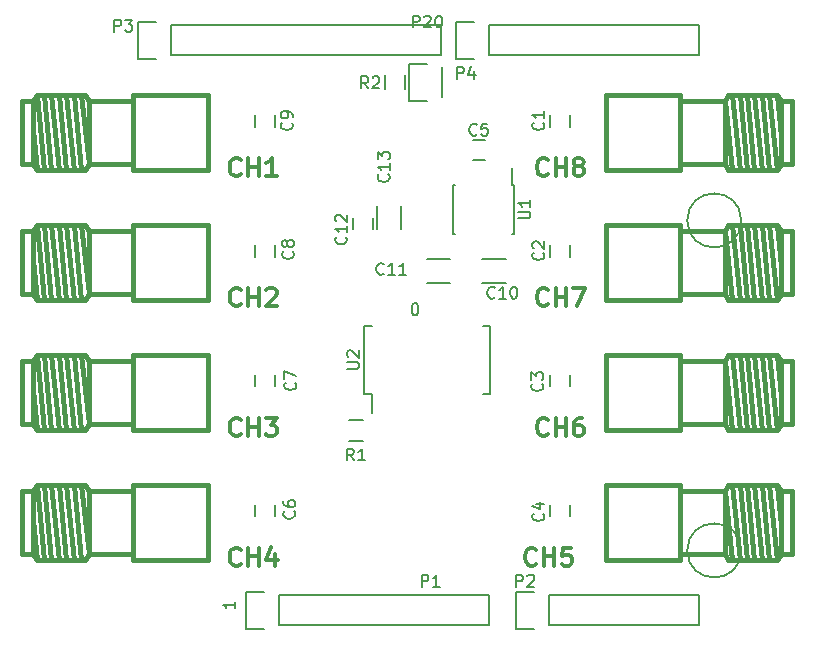
<source format=gto>
G04 #@! TF.FileFunction,Legend,Top*
%FSLAX46Y46*%
G04 Gerber Fmt 4.6, Leading zero omitted, Abs format (unit mm)*
G04 Created by KiCad (PCBNEW (2014-11-17 BZR 5289)-product) date Sat 24 Oct 2015 02:56:26 PM EDT*
%MOMM*%
G01*
G04 APERTURE LIST*
%ADD10C,0.100000*%
%ADD11C,0.150000*%
%ADD12C,0.381000*%
%ADD13C,0.304800*%
G04 APERTURE END LIST*
D10*
D11*
X136450381Y-123079285D02*
X136450381Y-123650714D01*
X136450381Y-123365000D02*
X135450381Y-123365000D01*
X135593238Y-123460238D01*
X135688476Y-123555476D01*
X135736095Y-123650714D01*
X160073000Y-87790000D02*
X159928000Y-87790000D01*
X160073000Y-91940000D02*
X159928000Y-91940000D01*
X154923000Y-91940000D02*
X155068000Y-91940000D01*
X154923000Y-87790000D02*
X155068000Y-87790000D01*
X160073000Y-87790000D02*
X160073000Y-91940000D01*
X154923000Y-87790000D02*
X154923000Y-91940000D01*
X159928000Y-87790000D02*
X159928000Y-86390000D01*
X179324000Y-90805000D02*
G75*
G03X179324000Y-90805000I-2286000J0D01*
G01*
X140208000Y-125095000D02*
X157988000Y-125095000D01*
X157988000Y-125095000D02*
X157988000Y-122555000D01*
X157988000Y-122555000D02*
X140208000Y-122555000D01*
X137388000Y-125375000D02*
X138938000Y-125375000D01*
X140208000Y-125095000D02*
X140208000Y-122555000D01*
X138938000Y-122275000D02*
X137388000Y-122275000D01*
X137388000Y-122275000D02*
X137388000Y-125375000D01*
X163068000Y-125095000D02*
X175768000Y-125095000D01*
X175768000Y-125095000D02*
X175768000Y-122555000D01*
X175768000Y-122555000D02*
X163068000Y-122555000D01*
X160248000Y-125375000D02*
X161798000Y-125375000D01*
X163068000Y-125095000D02*
X163068000Y-122555000D01*
X161798000Y-122275000D02*
X160248000Y-122275000D01*
X160248000Y-122275000D02*
X160248000Y-125375000D01*
X131064000Y-76835000D02*
X153924000Y-76835000D01*
X153924000Y-76835000D02*
X153924000Y-74295000D01*
X153924000Y-74295000D02*
X131064000Y-74295000D01*
X128244000Y-77115000D02*
X129794000Y-77115000D01*
X131064000Y-76835000D02*
X131064000Y-74295000D01*
X129794000Y-74015000D02*
X128244000Y-74015000D01*
X128244000Y-74015000D02*
X128244000Y-77115000D01*
X157988000Y-76835000D02*
X175768000Y-76835000D01*
X175768000Y-76835000D02*
X175768000Y-74295000D01*
X175768000Y-74295000D02*
X157988000Y-74295000D01*
X155168000Y-77115000D02*
X156718000Y-77115000D01*
X157988000Y-76835000D02*
X157988000Y-74295000D01*
X156718000Y-74015000D02*
X155168000Y-74015000D01*
X155168000Y-74015000D02*
X155168000Y-77115000D01*
X179324000Y-118745000D02*
G75*
G03X179324000Y-118745000I-2286000J0D01*
G01*
X163148000Y-81865000D02*
X163148000Y-82865000D01*
X164848000Y-82865000D02*
X164848000Y-81865000D01*
X163148000Y-92865000D02*
X163148000Y-93865000D01*
X164848000Y-93865000D02*
X164848000Y-92865000D01*
X163148000Y-103865000D02*
X163148000Y-104865000D01*
X164848000Y-104865000D02*
X164848000Y-103865000D01*
X163148000Y-114865000D02*
X163148000Y-115865000D01*
X164848000Y-115865000D02*
X164848000Y-114865000D01*
X156598000Y-85715000D02*
X157598000Y-85715000D01*
X157598000Y-84015000D02*
X156598000Y-84015000D01*
X138148000Y-114865000D02*
X138148000Y-115865000D01*
X139848000Y-115865000D02*
X139848000Y-114865000D01*
X138148000Y-103865000D02*
X138148000Y-104865000D01*
X139848000Y-104865000D02*
X139848000Y-103865000D01*
X138148000Y-92865000D02*
X138148000Y-93865000D01*
X139848000Y-93865000D02*
X139848000Y-92865000D01*
X138148000Y-81865000D02*
X138148000Y-82865000D01*
X139848000Y-82865000D02*
X139848000Y-81865000D01*
X159398000Y-94040000D02*
X157398000Y-94040000D01*
X157398000Y-96090000D02*
X159398000Y-96090000D01*
X152698000Y-96090000D02*
X154698000Y-96090000D01*
X154698000Y-94040000D02*
X152698000Y-94040000D01*
X148148000Y-91565000D02*
X148148000Y-90565000D01*
X146448000Y-90565000D02*
X146448000Y-91565000D01*
X150523000Y-91565000D02*
X150523000Y-89565000D01*
X148473000Y-89565000D02*
X148473000Y-91565000D01*
X146098000Y-107690000D02*
X147298000Y-107690000D01*
X147298000Y-109440000D02*
X146098000Y-109440000D01*
X149123000Y-79715000D02*
X149123000Y-78515000D01*
X150873000Y-78515000D02*
X150873000Y-79715000D01*
X147423000Y-105490000D02*
X148073000Y-105490000D01*
X147423000Y-99740000D02*
X148073000Y-99740000D01*
X158073000Y-99740000D02*
X157423000Y-99740000D01*
X158073000Y-105490000D02*
X157423000Y-105490000D01*
X147423000Y-105490000D02*
X147423000Y-99740000D01*
X158073000Y-105490000D02*
X158073000Y-99740000D01*
X148073000Y-105490000D02*
X148073000Y-107090000D01*
X154018000Y-80385000D02*
X154018000Y-77845000D01*
X151198000Y-77565000D02*
X152748000Y-77565000D01*
X151198000Y-77565000D02*
X151198000Y-80665000D01*
X151198000Y-80665000D02*
X152748000Y-80665000D01*
D12*
X182654060Y-119024380D02*
X183598940Y-119024380D01*
X182654060Y-113705620D02*
X183598940Y-113705620D01*
X174147600Y-113705620D02*
X177927120Y-113705620D01*
X174147600Y-119024380D02*
X177927120Y-119024380D01*
X182339100Y-113172220D02*
X182654060Y-116631700D01*
X178557040Y-119557780D02*
X177927120Y-113705620D01*
X178557040Y-113172220D02*
X179186960Y-119557780D01*
X179186960Y-113172220D02*
X179816880Y-119557780D01*
X179816880Y-113172220D02*
X180446800Y-119557780D01*
X180446800Y-113172220D02*
X181079260Y-119557780D01*
X181079260Y-113172220D02*
X181709180Y-119557780D01*
X181709180Y-113172220D02*
X182339100Y-119557780D01*
X182339100Y-113172220D02*
X182654060Y-113705620D01*
X182654060Y-113705620D02*
X182654060Y-119024380D01*
X182654060Y-119024380D02*
X182339100Y-119557780D01*
X182339100Y-119557780D02*
X178242080Y-119557780D01*
X178242080Y-119557780D02*
X177927120Y-119024380D01*
X177927120Y-119024380D02*
X177927120Y-113705620D01*
X177927120Y-113705620D02*
X178242080Y-113172220D01*
X178242080Y-113172220D02*
X182339100Y-113172220D01*
X183598940Y-119024380D02*
X183598940Y-113705620D01*
X174147600Y-113215400D02*
X174147600Y-119514600D01*
X174147600Y-119514600D02*
X167848400Y-119514600D01*
X167848400Y-119514600D02*
X167848400Y-113215400D01*
X167848400Y-113215400D02*
X174147600Y-113215400D01*
X182654060Y-108024380D02*
X183598940Y-108024380D01*
X182654060Y-102705620D02*
X183598940Y-102705620D01*
X174147600Y-102705620D02*
X177927120Y-102705620D01*
X174147600Y-108024380D02*
X177927120Y-108024380D01*
X182339100Y-102172220D02*
X182654060Y-105631700D01*
X178557040Y-108557780D02*
X177927120Y-102705620D01*
X178557040Y-102172220D02*
X179186960Y-108557780D01*
X179186960Y-102172220D02*
X179816880Y-108557780D01*
X179816880Y-102172220D02*
X180446800Y-108557780D01*
X180446800Y-102172220D02*
X181079260Y-108557780D01*
X181079260Y-102172220D02*
X181709180Y-108557780D01*
X181709180Y-102172220D02*
X182339100Y-108557780D01*
X182339100Y-102172220D02*
X182654060Y-102705620D01*
X182654060Y-102705620D02*
X182654060Y-108024380D01*
X182654060Y-108024380D02*
X182339100Y-108557780D01*
X182339100Y-108557780D02*
X178242080Y-108557780D01*
X178242080Y-108557780D02*
X177927120Y-108024380D01*
X177927120Y-108024380D02*
X177927120Y-102705620D01*
X177927120Y-102705620D02*
X178242080Y-102172220D01*
X178242080Y-102172220D02*
X182339100Y-102172220D01*
X183598940Y-108024380D02*
X183598940Y-102705620D01*
X174147600Y-102215400D02*
X174147600Y-108514600D01*
X174147600Y-108514600D02*
X167848400Y-108514600D01*
X167848400Y-108514600D02*
X167848400Y-102215400D01*
X167848400Y-102215400D02*
X174147600Y-102215400D01*
X182654060Y-97024380D02*
X183598940Y-97024380D01*
X182654060Y-91705620D02*
X183598940Y-91705620D01*
X174147600Y-91705620D02*
X177927120Y-91705620D01*
X174147600Y-97024380D02*
X177927120Y-97024380D01*
X182339100Y-91172220D02*
X182654060Y-94631700D01*
X178557040Y-97557780D02*
X177927120Y-91705620D01*
X178557040Y-91172220D02*
X179186960Y-97557780D01*
X179186960Y-91172220D02*
X179816880Y-97557780D01*
X179816880Y-91172220D02*
X180446800Y-97557780D01*
X180446800Y-91172220D02*
X181079260Y-97557780D01*
X181079260Y-91172220D02*
X181709180Y-97557780D01*
X181709180Y-91172220D02*
X182339100Y-97557780D01*
X182339100Y-91172220D02*
X182654060Y-91705620D01*
X182654060Y-91705620D02*
X182654060Y-97024380D01*
X182654060Y-97024380D02*
X182339100Y-97557780D01*
X182339100Y-97557780D02*
X178242080Y-97557780D01*
X178242080Y-97557780D02*
X177927120Y-97024380D01*
X177927120Y-97024380D02*
X177927120Y-91705620D01*
X177927120Y-91705620D02*
X178242080Y-91172220D01*
X178242080Y-91172220D02*
X182339100Y-91172220D01*
X183598940Y-97024380D02*
X183598940Y-91705620D01*
X174147600Y-91215400D02*
X174147600Y-97514600D01*
X174147600Y-97514600D02*
X167848400Y-97514600D01*
X167848400Y-97514600D02*
X167848400Y-91215400D01*
X167848400Y-91215400D02*
X174147600Y-91215400D01*
X182654060Y-86024380D02*
X183598940Y-86024380D01*
X182654060Y-80705620D02*
X183598940Y-80705620D01*
X174147600Y-80705620D02*
X177927120Y-80705620D01*
X174147600Y-86024380D02*
X177927120Y-86024380D01*
X182339100Y-80172220D02*
X182654060Y-83631700D01*
X178557040Y-86557780D02*
X177927120Y-80705620D01*
X178557040Y-80172220D02*
X179186960Y-86557780D01*
X179186960Y-80172220D02*
X179816880Y-86557780D01*
X179816880Y-80172220D02*
X180446800Y-86557780D01*
X180446800Y-80172220D02*
X181079260Y-86557780D01*
X181079260Y-80172220D02*
X181709180Y-86557780D01*
X181709180Y-80172220D02*
X182339100Y-86557780D01*
X182339100Y-80172220D02*
X182654060Y-80705620D01*
X182654060Y-80705620D02*
X182654060Y-86024380D01*
X182654060Y-86024380D02*
X182339100Y-86557780D01*
X182339100Y-86557780D02*
X178242080Y-86557780D01*
X178242080Y-86557780D02*
X177927120Y-86024380D01*
X177927120Y-86024380D02*
X177927120Y-80705620D01*
X177927120Y-80705620D02*
X178242080Y-80172220D01*
X178242080Y-80172220D02*
X182339100Y-80172220D01*
X183598940Y-86024380D02*
X183598940Y-80705620D01*
X174147600Y-80215400D02*
X174147600Y-86514600D01*
X174147600Y-86514600D02*
X167848400Y-86514600D01*
X167848400Y-86514600D02*
X167848400Y-80215400D01*
X167848400Y-80215400D02*
X174147600Y-80215400D01*
X119341940Y-80705620D02*
X118397060Y-80705620D01*
X119341940Y-86024380D02*
X118397060Y-86024380D01*
X127848400Y-86024380D02*
X124068880Y-86024380D01*
X127848400Y-80705620D02*
X124068880Y-80705620D01*
X119656900Y-86557780D02*
X119341940Y-83098300D01*
X123438960Y-80172220D02*
X124068880Y-86024380D01*
X123438960Y-86557780D02*
X122809040Y-80172220D01*
X122809040Y-86557780D02*
X122179120Y-80172220D01*
X122179120Y-86557780D02*
X121549200Y-80172220D01*
X121549200Y-86557780D02*
X120916740Y-80172220D01*
X120916740Y-86557780D02*
X120286820Y-80172220D01*
X120286820Y-86557780D02*
X119656900Y-80172220D01*
X119656900Y-86557780D02*
X119341940Y-86024380D01*
X119341940Y-86024380D02*
X119341940Y-80705620D01*
X119341940Y-80705620D02*
X119656900Y-80172220D01*
X119656900Y-80172220D02*
X123753920Y-80172220D01*
X123753920Y-80172220D02*
X124068880Y-80705620D01*
X124068880Y-80705620D02*
X124068880Y-86024380D01*
X124068880Y-86024380D02*
X123753920Y-86557780D01*
X123753920Y-86557780D02*
X119656900Y-86557780D01*
X118397060Y-80705620D02*
X118397060Y-86024380D01*
X127848400Y-86514600D02*
X127848400Y-80215400D01*
X127848400Y-80215400D02*
X134147600Y-80215400D01*
X134147600Y-80215400D02*
X134147600Y-86514600D01*
X134147600Y-86514600D02*
X127848400Y-86514600D01*
X119341940Y-91705620D02*
X118397060Y-91705620D01*
X119341940Y-97024380D02*
X118397060Y-97024380D01*
X127848400Y-97024380D02*
X124068880Y-97024380D01*
X127848400Y-91705620D02*
X124068880Y-91705620D01*
X119656900Y-97557780D02*
X119341940Y-94098300D01*
X123438960Y-91172220D02*
X124068880Y-97024380D01*
X123438960Y-97557780D02*
X122809040Y-91172220D01*
X122809040Y-97557780D02*
X122179120Y-91172220D01*
X122179120Y-97557780D02*
X121549200Y-91172220D01*
X121549200Y-97557780D02*
X120916740Y-91172220D01*
X120916740Y-97557780D02*
X120286820Y-91172220D01*
X120286820Y-97557780D02*
X119656900Y-91172220D01*
X119656900Y-97557780D02*
X119341940Y-97024380D01*
X119341940Y-97024380D02*
X119341940Y-91705620D01*
X119341940Y-91705620D02*
X119656900Y-91172220D01*
X119656900Y-91172220D02*
X123753920Y-91172220D01*
X123753920Y-91172220D02*
X124068880Y-91705620D01*
X124068880Y-91705620D02*
X124068880Y-97024380D01*
X124068880Y-97024380D02*
X123753920Y-97557780D01*
X123753920Y-97557780D02*
X119656900Y-97557780D01*
X118397060Y-91705620D02*
X118397060Y-97024380D01*
X127848400Y-97514600D02*
X127848400Y-91215400D01*
X127848400Y-91215400D02*
X134147600Y-91215400D01*
X134147600Y-91215400D02*
X134147600Y-97514600D01*
X134147600Y-97514600D02*
X127848400Y-97514600D01*
X119341940Y-102705620D02*
X118397060Y-102705620D01*
X119341940Y-108024380D02*
X118397060Y-108024380D01*
X127848400Y-108024380D02*
X124068880Y-108024380D01*
X127848400Y-102705620D02*
X124068880Y-102705620D01*
X119656900Y-108557780D02*
X119341940Y-105098300D01*
X123438960Y-102172220D02*
X124068880Y-108024380D01*
X123438960Y-108557780D02*
X122809040Y-102172220D01*
X122809040Y-108557780D02*
X122179120Y-102172220D01*
X122179120Y-108557780D02*
X121549200Y-102172220D01*
X121549200Y-108557780D02*
X120916740Y-102172220D01*
X120916740Y-108557780D02*
X120286820Y-102172220D01*
X120286820Y-108557780D02*
X119656900Y-102172220D01*
X119656900Y-108557780D02*
X119341940Y-108024380D01*
X119341940Y-108024380D02*
X119341940Y-102705620D01*
X119341940Y-102705620D02*
X119656900Y-102172220D01*
X119656900Y-102172220D02*
X123753920Y-102172220D01*
X123753920Y-102172220D02*
X124068880Y-102705620D01*
X124068880Y-102705620D02*
X124068880Y-108024380D01*
X124068880Y-108024380D02*
X123753920Y-108557780D01*
X123753920Y-108557780D02*
X119656900Y-108557780D01*
X118397060Y-102705620D02*
X118397060Y-108024380D01*
X127848400Y-108514600D02*
X127848400Y-102215400D01*
X127848400Y-102215400D02*
X134147600Y-102215400D01*
X134147600Y-102215400D02*
X134147600Y-108514600D01*
X134147600Y-108514600D02*
X127848400Y-108514600D01*
X119341940Y-113705620D02*
X118397060Y-113705620D01*
X119341940Y-119024380D02*
X118397060Y-119024380D01*
X127848400Y-119024380D02*
X124068880Y-119024380D01*
X127848400Y-113705620D02*
X124068880Y-113705620D01*
X119656900Y-119557780D02*
X119341940Y-116098300D01*
X123438960Y-113172220D02*
X124068880Y-119024380D01*
X123438960Y-119557780D02*
X122809040Y-113172220D01*
X122809040Y-119557780D02*
X122179120Y-113172220D01*
X122179120Y-119557780D02*
X121549200Y-113172220D01*
X121549200Y-119557780D02*
X120916740Y-113172220D01*
X120916740Y-119557780D02*
X120286820Y-113172220D01*
X120286820Y-119557780D02*
X119656900Y-113172220D01*
X119656900Y-119557780D02*
X119341940Y-119024380D01*
X119341940Y-119024380D02*
X119341940Y-113705620D01*
X119341940Y-113705620D02*
X119656900Y-113172220D01*
X119656900Y-113172220D02*
X123753920Y-113172220D01*
X123753920Y-113172220D02*
X124068880Y-113705620D01*
X124068880Y-113705620D02*
X124068880Y-119024380D01*
X124068880Y-119024380D02*
X123753920Y-119557780D01*
X123753920Y-119557780D02*
X119656900Y-119557780D01*
X118397060Y-113705620D02*
X118397060Y-119024380D01*
X127848400Y-119514600D02*
X127848400Y-113215400D01*
X127848400Y-113215400D02*
X134147600Y-113215400D01*
X134147600Y-113215400D02*
X134147600Y-119514600D01*
X134147600Y-119514600D02*
X127848400Y-119514600D01*
D11*
X151650381Y-97817381D02*
X151745620Y-97817381D01*
X151840858Y-97865000D01*
X151888477Y-97912619D01*
X151936096Y-98007857D01*
X151983715Y-98198333D01*
X151983715Y-98436429D01*
X151936096Y-98626905D01*
X151888477Y-98722143D01*
X151840858Y-98769762D01*
X151745620Y-98817381D01*
X151650381Y-98817381D01*
X151555143Y-98769762D01*
X151507524Y-98722143D01*
X151459905Y-98626905D01*
X151412286Y-98436429D01*
X151412286Y-98198333D01*
X151459905Y-98007857D01*
X151507524Y-97912619D01*
X151555143Y-97865000D01*
X151650381Y-97817381D01*
X160450381Y-90626905D02*
X161259905Y-90626905D01*
X161355143Y-90579286D01*
X161402762Y-90531667D01*
X161450381Y-90436429D01*
X161450381Y-90245952D01*
X161402762Y-90150714D01*
X161355143Y-90103095D01*
X161259905Y-90055476D01*
X160450381Y-90055476D01*
X161450381Y-89055476D02*
X161450381Y-89626905D01*
X161450381Y-89341191D02*
X160450381Y-89341191D01*
X160593238Y-89436429D01*
X160688476Y-89531667D01*
X160736095Y-89626905D01*
X152259905Y-121817381D02*
X152259905Y-120817381D01*
X152640858Y-120817381D01*
X152736096Y-120865000D01*
X152783715Y-120912619D01*
X152831334Y-121007857D01*
X152831334Y-121150714D01*
X152783715Y-121245952D01*
X152736096Y-121293571D01*
X152640858Y-121341190D01*
X152259905Y-121341190D01*
X153783715Y-121817381D02*
X153212286Y-121817381D01*
X153498000Y-121817381D02*
X153498000Y-120817381D01*
X153402762Y-120960238D01*
X153307524Y-121055476D01*
X153212286Y-121103095D01*
X160259905Y-121817381D02*
X160259905Y-120817381D01*
X160640858Y-120817381D01*
X160736096Y-120865000D01*
X160783715Y-120912619D01*
X160831334Y-121007857D01*
X160831334Y-121150714D01*
X160783715Y-121245952D01*
X160736096Y-121293571D01*
X160640858Y-121341190D01*
X160259905Y-121341190D01*
X161212286Y-120912619D02*
X161259905Y-120865000D01*
X161355143Y-120817381D01*
X161593239Y-120817381D01*
X161688477Y-120865000D01*
X161736096Y-120912619D01*
X161783715Y-121007857D01*
X161783715Y-121103095D01*
X161736096Y-121245952D01*
X161164667Y-121817381D01*
X161783715Y-121817381D01*
X126259905Y-74817381D02*
X126259905Y-73817381D01*
X126640858Y-73817381D01*
X126736096Y-73865000D01*
X126783715Y-73912619D01*
X126831334Y-74007857D01*
X126831334Y-74150714D01*
X126783715Y-74245952D01*
X126736096Y-74293571D01*
X126640858Y-74341190D01*
X126259905Y-74341190D01*
X127164667Y-73817381D02*
X127783715Y-73817381D01*
X127450381Y-74198333D01*
X127593239Y-74198333D01*
X127688477Y-74245952D01*
X127736096Y-74293571D01*
X127783715Y-74388810D01*
X127783715Y-74626905D01*
X127736096Y-74722143D01*
X127688477Y-74769762D01*
X127593239Y-74817381D01*
X127307524Y-74817381D01*
X127212286Y-74769762D01*
X127164667Y-74722143D01*
X155259905Y-78817381D02*
X155259905Y-77817381D01*
X155640858Y-77817381D01*
X155736096Y-77865000D01*
X155783715Y-77912619D01*
X155831334Y-78007857D01*
X155831334Y-78150714D01*
X155783715Y-78245952D01*
X155736096Y-78293571D01*
X155640858Y-78341190D01*
X155259905Y-78341190D01*
X156688477Y-78150714D02*
X156688477Y-78817381D01*
X156450381Y-77769762D02*
X156212286Y-78484048D01*
X156831334Y-78484048D01*
X162555143Y-82531666D02*
X162602762Y-82579285D01*
X162650381Y-82722142D01*
X162650381Y-82817380D01*
X162602762Y-82960238D01*
X162507524Y-83055476D01*
X162412286Y-83103095D01*
X162221810Y-83150714D01*
X162078952Y-83150714D01*
X161888476Y-83103095D01*
X161793238Y-83055476D01*
X161698000Y-82960238D01*
X161650381Y-82817380D01*
X161650381Y-82722142D01*
X161698000Y-82579285D01*
X161745619Y-82531666D01*
X162650381Y-81579285D02*
X162650381Y-82150714D01*
X162650381Y-81865000D02*
X161650381Y-81865000D01*
X161793238Y-81960238D01*
X161888476Y-82055476D01*
X161936095Y-82150714D01*
X162555143Y-93531666D02*
X162602762Y-93579285D01*
X162650381Y-93722142D01*
X162650381Y-93817380D01*
X162602762Y-93960238D01*
X162507524Y-94055476D01*
X162412286Y-94103095D01*
X162221810Y-94150714D01*
X162078952Y-94150714D01*
X161888476Y-94103095D01*
X161793238Y-94055476D01*
X161698000Y-93960238D01*
X161650381Y-93817380D01*
X161650381Y-93722142D01*
X161698000Y-93579285D01*
X161745619Y-93531666D01*
X161745619Y-93150714D02*
X161698000Y-93103095D01*
X161650381Y-93007857D01*
X161650381Y-92769761D01*
X161698000Y-92674523D01*
X161745619Y-92626904D01*
X161840857Y-92579285D01*
X161936095Y-92579285D01*
X162078952Y-92626904D01*
X162650381Y-93198333D01*
X162650381Y-92579285D01*
X162455143Y-104631666D02*
X162502762Y-104679285D01*
X162550381Y-104822142D01*
X162550381Y-104917380D01*
X162502762Y-105060238D01*
X162407524Y-105155476D01*
X162312286Y-105203095D01*
X162121810Y-105250714D01*
X161978952Y-105250714D01*
X161788476Y-105203095D01*
X161693238Y-105155476D01*
X161598000Y-105060238D01*
X161550381Y-104917380D01*
X161550381Y-104822142D01*
X161598000Y-104679285D01*
X161645619Y-104631666D01*
X161550381Y-104298333D02*
X161550381Y-103679285D01*
X161931333Y-104012619D01*
X161931333Y-103869761D01*
X161978952Y-103774523D01*
X162026571Y-103726904D01*
X162121810Y-103679285D01*
X162359905Y-103679285D01*
X162455143Y-103726904D01*
X162502762Y-103774523D01*
X162550381Y-103869761D01*
X162550381Y-104155476D01*
X162502762Y-104250714D01*
X162455143Y-104298333D01*
X162555143Y-115631666D02*
X162602762Y-115679285D01*
X162650381Y-115822142D01*
X162650381Y-115917380D01*
X162602762Y-116060238D01*
X162507524Y-116155476D01*
X162412286Y-116203095D01*
X162221810Y-116250714D01*
X162078952Y-116250714D01*
X161888476Y-116203095D01*
X161793238Y-116155476D01*
X161698000Y-116060238D01*
X161650381Y-115917380D01*
X161650381Y-115822142D01*
X161698000Y-115679285D01*
X161745619Y-115631666D01*
X161983714Y-114774523D02*
X162650381Y-114774523D01*
X161602762Y-115012619D02*
X162317048Y-115250714D01*
X162317048Y-114631666D01*
X156931334Y-83522143D02*
X156883715Y-83569762D01*
X156740858Y-83617381D01*
X156645620Y-83617381D01*
X156502762Y-83569762D01*
X156407524Y-83474524D01*
X156359905Y-83379286D01*
X156312286Y-83188810D01*
X156312286Y-83045952D01*
X156359905Y-82855476D01*
X156407524Y-82760238D01*
X156502762Y-82665000D01*
X156645620Y-82617381D01*
X156740858Y-82617381D01*
X156883715Y-82665000D01*
X156931334Y-82712619D01*
X157836096Y-82617381D02*
X157359905Y-82617381D01*
X157312286Y-83093571D01*
X157359905Y-83045952D01*
X157455143Y-82998333D01*
X157693239Y-82998333D01*
X157788477Y-83045952D01*
X157836096Y-83093571D01*
X157883715Y-83188810D01*
X157883715Y-83426905D01*
X157836096Y-83522143D01*
X157788477Y-83569762D01*
X157693239Y-83617381D01*
X157455143Y-83617381D01*
X157359905Y-83569762D01*
X157312286Y-83522143D01*
X141455143Y-115431666D02*
X141502762Y-115479285D01*
X141550381Y-115622142D01*
X141550381Y-115717380D01*
X141502762Y-115860238D01*
X141407524Y-115955476D01*
X141312286Y-116003095D01*
X141121810Y-116050714D01*
X140978952Y-116050714D01*
X140788476Y-116003095D01*
X140693238Y-115955476D01*
X140598000Y-115860238D01*
X140550381Y-115717380D01*
X140550381Y-115622142D01*
X140598000Y-115479285D01*
X140645619Y-115431666D01*
X140550381Y-114574523D02*
X140550381Y-114765000D01*
X140598000Y-114860238D01*
X140645619Y-114907857D01*
X140788476Y-115003095D01*
X140978952Y-115050714D01*
X141359905Y-115050714D01*
X141455143Y-115003095D01*
X141502762Y-114955476D01*
X141550381Y-114860238D01*
X141550381Y-114669761D01*
X141502762Y-114574523D01*
X141455143Y-114526904D01*
X141359905Y-114479285D01*
X141121810Y-114479285D01*
X141026571Y-114526904D01*
X140978952Y-114574523D01*
X140931333Y-114669761D01*
X140931333Y-114860238D01*
X140978952Y-114955476D01*
X141026571Y-115003095D01*
X141121810Y-115050714D01*
X141555143Y-104531666D02*
X141602762Y-104579285D01*
X141650381Y-104722142D01*
X141650381Y-104817380D01*
X141602762Y-104960238D01*
X141507524Y-105055476D01*
X141412286Y-105103095D01*
X141221810Y-105150714D01*
X141078952Y-105150714D01*
X140888476Y-105103095D01*
X140793238Y-105055476D01*
X140698000Y-104960238D01*
X140650381Y-104817380D01*
X140650381Y-104722142D01*
X140698000Y-104579285D01*
X140745619Y-104531666D01*
X140650381Y-104198333D02*
X140650381Y-103531666D01*
X141650381Y-103960238D01*
X141355143Y-93431666D02*
X141402762Y-93479285D01*
X141450381Y-93622142D01*
X141450381Y-93717380D01*
X141402762Y-93860238D01*
X141307524Y-93955476D01*
X141212286Y-94003095D01*
X141021810Y-94050714D01*
X140878952Y-94050714D01*
X140688476Y-94003095D01*
X140593238Y-93955476D01*
X140498000Y-93860238D01*
X140450381Y-93717380D01*
X140450381Y-93622142D01*
X140498000Y-93479285D01*
X140545619Y-93431666D01*
X140878952Y-92860238D02*
X140831333Y-92955476D01*
X140783714Y-93003095D01*
X140688476Y-93050714D01*
X140640857Y-93050714D01*
X140545619Y-93003095D01*
X140498000Y-92955476D01*
X140450381Y-92860238D01*
X140450381Y-92669761D01*
X140498000Y-92574523D01*
X140545619Y-92526904D01*
X140640857Y-92479285D01*
X140688476Y-92479285D01*
X140783714Y-92526904D01*
X140831333Y-92574523D01*
X140878952Y-92669761D01*
X140878952Y-92860238D01*
X140926571Y-92955476D01*
X140974190Y-93003095D01*
X141069429Y-93050714D01*
X141259905Y-93050714D01*
X141355143Y-93003095D01*
X141402762Y-92955476D01*
X141450381Y-92860238D01*
X141450381Y-92669761D01*
X141402762Y-92574523D01*
X141355143Y-92526904D01*
X141259905Y-92479285D01*
X141069429Y-92479285D01*
X140974190Y-92526904D01*
X140926571Y-92574523D01*
X140878952Y-92669761D01*
X141255143Y-82531666D02*
X141302762Y-82579285D01*
X141350381Y-82722142D01*
X141350381Y-82817380D01*
X141302762Y-82960238D01*
X141207524Y-83055476D01*
X141112286Y-83103095D01*
X140921810Y-83150714D01*
X140778952Y-83150714D01*
X140588476Y-83103095D01*
X140493238Y-83055476D01*
X140398000Y-82960238D01*
X140350381Y-82817380D01*
X140350381Y-82722142D01*
X140398000Y-82579285D01*
X140445619Y-82531666D01*
X141350381Y-82055476D02*
X141350381Y-81865000D01*
X141302762Y-81769761D01*
X141255143Y-81722142D01*
X141112286Y-81626904D01*
X140921810Y-81579285D01*
X140540857Y-81579285D01*
X140445619Y-81626904D01*
X140398000Y-81674523D01*
X140350381Y-81769761D01*
X140350381Y-81960238D01*
X140398000Y-82055476D01*
X140445619Y-82103095D01*
X140540857Y-82150714D01*
X140778952Y-82150714D01*
X140874190Y-82103095D01*
X140921810Y-82055476D01*
X140969429Y-81960238D01*
X140969429Y-81769761D01*
X140921810Y-81674523D01*
X140874190Y-81626904D01*
X140778952Y-81579285D01*
X158455143Y-97322143D02*
X158407524Y-97369762D01*
X158264667Y-97417381D01*
X158169429Y-97417381D01*
X158026571Y-97369762D01*
X157931333Y-97274524D01*
X157883714Y-97179286D01*
X157836095Y-96988810D01*
X157836095Y-96845952D01*
X157883714Y-96655476D01*
X157931333Y-96560238D01*
X158026571Y-96465000D01*
X158169429Y-96417381D01*
X158264667Y-96417381D01*
X158407524Y-96465000D01*
X158455143Y-96512619D01*
X159407524Y-97417381D02*
X158836095Y-97417381D01*
X159121809Y-97417381D02*
X159121809Y-96417381D01*
X159026571Y-96560238D01*
X158931333Y-96655476D01*
X158836095Y-96703095D01*
X160026571Y-96417381D02*
X160121810Y-96417381D01*
X160217048Y-96465000D01*
X160264667Y-96512619D01*
X160312286Y-96607857D01*
X160359905Y-96798333D01*
X160359905Y-97036429D01*
X160312286Y-97226905D01*
X160264667Y-97322143D01*
X160217048Y-97369762D01*
X160121810Y-97417381D01*
X160026571Y-97417381D01*
X159931333Y-97369762D01*
X159883714Y-97322143D01*
X159836095Y-97226905D01*
X159788476Y-97036429D01*
X159788476Y-96798333D01*
X159836095Y-96607857D01*
X159883714Y-96512619D01*
X159931333Y-96465000D01*
X160026571Y-96417381D01*
X149055143Y-95322143D02*
X149007524Y-95369762D01*
X148864667Y-95417381D01*
X148769429Y-95417381D01*
X148626571Y-95369762D01*
X148531333Y-95274524D01*
X148483714Y-95179286D01*
X148436095Y-94988810D01*
X148436095Y-94845952D01*
X148483714Y-94655476D01*
X148531333Y-94560238D01*
X148626571Y-94465000D01*
X148769429Y-94417381D01*
X148864667Y-94417381D01*
X149007524Y-94465000D01*
X149055143Y-94512619D01*
X150007524Y-95417381D02*
X149436095Y-95417381D01*
X149721809Y-95417381D02*
X149721809Y-94417381D01*
X149626571Y-94560238D01*
X149531333Y-94655476D01*
X149436095Y-94703095D01*
X150959905Y-95417381D02*
X150388476Y-95417381D01*
X150674190Y-95417381D02*
X150674190Y-94417381D01*
X150578952Y-94560238D01*
X150483714Y-94655476D01*
X150388476Y-94703095D01*
X145855143Y-92207857D02*
X145902762Y-92255476D01*
X145950381Y-92398333D01*
X145950381Y-92493571D01*
X145902762Y-92636429D01*
X145807524Y-92731667D01*
X145712286Y-92779286D01*
X145521810Y-92826905D01*
X145378952Y-92826905D01*
X145188476Y-92779286D01*
X145093238Y-92731667D01*
X144998000Y-92636429D01*
X144950381Y-92493571D01*
X144950381Y-92398333D01*
X144998000Y-92255476D01*
X145045619Y-92207857D01*
X145950381Y-91255476D02*
X145950381Y-91826905D01*
X145950381Y-91541191D02*
X144950381Y-91541191D01*
X145093238Y-91636429D01*
X145188476Y-91731667D01*
X145236095Y-91826905D01*
X145045619Y-90874524D02*
X144998000Y-90826905D01*
X144950381Y-90731667D01*
X144950381Y-90493571D01*
X144998000Y-90398333D01*
X145045619Y-90350714D01*
X145140857Y-90303095D01*
X145236095Y-90303095D01*
X145378952Y-90350714D01*
X145950381Y-90922143D01*
X145950381Y-90303095D01*
X149455143Y-86907857D02*
X149502762Y-86955476D01*
X149550381Y-87098333D01*
X149550381Y-87193571D01*
X149502762Y-87336429D01*
X149407524Y-87431667D01*
X149312286Y-87479286D01*
X149121810Y-87526905D01*
X148978952Y-87526905D01*
X148788476Y-87479286D01*
X148693238Y-87431667D01*
X148598000Y-87336429D01*
X148550381Y-87193571D01*
X148550381Y-87098333D01*
X148598000Y-86955476D01*
X148645619Y-86907857D01*
X149550381Y-85955476D02*
X149550381Y-86526905D01*
X149550381Y-86241191D02*
X148550381Y-86241191D01*
X148693238Y-86336429D01*
X148788476Y-86431667D01*
X148836095Y-86526905D01*
X148550381Y-85622143D02*
X148550381Y-85003095D01*
X148931333Y-85336429D01*
X148931333Y-85193571D01*
X148978952Y-85098333D01*
X149026571Y-85050714D01*
X149121810Y-85003095D01*
X149359905Y-85003095D01*
X149455143Y-85050714D01*
X149502762Y-85098333D01*
X149550381Y-85193571D01*
X149550381Y-85479286D01*
X149502762Y-85574524D01*
X149455143Y-85622143D01*
X146531334Y-111117381D02*
X146198000Y-110641190D01*
X145959905Y-111117381D02*
X145959905Y-110117381D01*
X146340858Y-110117381D01*
X146436096Y-110165000D01*
X146483715Y-110212619D01*
X146531334Y-110307857D01*
X146531334Y-110450714D01*
X146483715Y-110545952D01*
X146436096Y-110593571D01*
X146340858Y-110641190D01*
X145959905Y-110641190D01*
X147483715Y-111117381D02*
X146912286Y-111117381D01*
X147198000Y-111117381D02*
X147198000Y-110117381D01*
X147102762Y-110260238D01*
X147007524Y-110355476D01*
X146912286Y-110403095D01*
X147731334Y-79617381D02*
X147398000Y-79141190D01*
X147159905Y-79617381D02*
X147159905Y-78617381D01*
X147540858Y-78617381D01*
X147636096Y-78665000D01*
X147683715Y-78712619D01*
X147731334Y-78807857D01*
X147731334Y-78950714D01*
X147683715Y-79045952D01*
X147636096Y-79093571D01*
X147540858Y-79141190D01*
X147159905Y-79141190D01*
X148112286Y-78712619D02*
X148159905Y-78665000D01*
X148255143Y-78617381D01*
X148493239Y-78617381D01*
X148588477Y-78665000D01*
X148636096Y-78712619D01*
X148683715Y-78807857D01*
X148683715Y-78903095D01*
X148636096Y-79045952D01*
X148064667Y-79617381D01*
X148683715Y-79617381D01*
X145950381Y-103376905D02*
X146759905Y-103376905D01*
X146855143Y-103329286D01*
X146902762Y-103281667D01*
X146950381Y-103186429D01*
X146950381Y-102995952D01*
X146902762Y-102900714D01*
X146855143Y-102853095D01*
X146759905Y-102805476D01*
X145950381Y-102805476D01*
X146045619Y-102376905D02*
X145998000Y-102329286D01*
X145950381Y-102234048D01*
X145950381Y-101995952D01*
X145998000Y-101900714D01*
X146045619Y-101853095D01*
X146140857Y-101805476D01*
X146236095Y-101805476D01*
X146378952Y-101853095D01*
X146950381Y-102424524D01*
X146950381Y-101805476D01*
X151533714Y-74467381D02*
X151533714Y-73467381D01*
X151914667Y-73467381D01*
X152009905Y-73515000D01*
X152057524Y-73562619D01*
X152105143Y-73657857D01*
X152105143Y-73800714D01*
X152057524Y-73895952D01*
X152009905Y-73943571D01*
X151914667Y-73991190D01*
X151533714Y-73991190D01*
X152486095Y-73562619D02*
X152533714Y-73515000D01*
X152628952Y-73467381D01*
X152867048Y-73467381D01*
X152962286Y-73515000D01*
X153009905Y-73562619D01*
X153057524Y-73657857D01*
X153057524Y-73753095D01*
X153009905Y-73895952D01*
X152438476Y-74467381D01*
X153057524Y-74467381D01*
X153676571Y-73467381D02*
X153771810Y-73467381D01*
X153867048Y-73515000D01*
X153914667Y-73562619D01*
X153962286Y-73657857D01*
X154009905Y-73848333D01*
X154009905Y-74086429D01*
X153962286Y-74276905D01*
X153914667Y-74372143D01*
X153867048Y-74419762D01*
X153771810Y-74467381D01*
X153676571Y-74467381D01*
X153581333Y-74419762D01*
X153533714Y-74372143D01*
X153486095Y-74276905D01*
X153438476Y-74086429D01*
X153438476Y-73848333D01*
X153486095Y-73657857D01*
X153533714Y-73562619D01*
X153581333Y-73515000D01*
X153676571Y-73467381D01*
D13*
X161945714Y-119909286D02*
X161873143Y-119981857D01*
X161655429Y-120054429D01*
X161510286Y-120054429D01*
X161292571Y-119981857D01*
X161147429Y-119836714D01*
X161074857Y-119691571D01*
X161002286Y-119401286D01*
X161002286Y-119183571D01*
X161074857Y-118893286D01*
X161147429Y-118748143D01*
X161292571Y-118603000D01*
X161510286Y-118530429D01*
X161655429Y-118530429D01*
X161873143Y-118603000D01*
X161945714Y-118675571D01*
X162598857Y-120054429D02*
X162598857Y-118530429D01*
X162598857Y-119256143D02*
X163469714Y-119256143D01*
X163469714Y-120054429D02*
X163469714Y-118530429D01*
X164921142Y-118530429D02*
X164195428Y-118530429D01*
X164122857Y-119256143D01*
X164195428Y-119183571D01*
X164340571Y-119111000D01*
X164703428Y-119111000D01*
X164848571Y-119183571D01*
X164921142Y-119256143D01*
X164993714Y-119401286D01*
X164993714Y-119764143D01*
X164921142Y-119909286D01*
X164848571Y-119981857D01*
X164703428Y-120054429D01*
X164340571Y-120054429D01*
X164195428Y-119981857D01*
X164122857Y-119909286D01*
X162945714Y-108909286D02*
X162873143Y-108981857D01*
X162655429Y-109054429D01*
X162510286Y-109054429D01*
X162292571Y-108981857D01*
X162147429Y-108836714D01*
X162074857Y-108691571D01*
X162002286Y-108401286D01*
X162002286Y-108183571D01*
X162074857Y-107893286D01*
X162147429Y-107748143D01*
X162292571Y-107603000D01*
X162510286Y-107530429D01*
X162655429Y-107530429D01*
X162873143Y-107603000D01*
X162945714Y-107675571D01*
X163598857Y-109054429D02*
X163598857Y-107530429D01*
X163598857Y-108256143D02*
X164469714Y-108256143D01*
X164469714Y-109054429D02*
X164469714Y-107530429D01*
X165848571Y-107530429D02*
X165558285Y-107530429D01*
X165413142Y-107603000D01*
X165340571Y-107675571D01*
X165195428Y-107893286D01*
X165122857Y-108183571D01*
X165122857Y-108764143D01*
X165195428Y-108909286D01*
X165268000Y-108981857D01*
X165413142Y-109054429D01*
X165703428Y-109054429D01*
X165848571Y-108981857D01*
X165921142Y-108909286D01*
X165993714Y-108764143D01*
X165993714Y-108401286D01*
X165921142Y-108256143D01*
X165848571Y-108183571D01*
X165703428Y-108111000D01*
X165413142Y-108111000D01*
X165268000Y-108183571D01*
X165195428Y-108256143D01*
X165122857Y-108401286D01*
X162945714Y-97909286D02*
X162873143Y-97981857D01*
X162655429Y-98054429D01*
X162510286Y-98054429D01*
X162292571Y-97981857D01*
X162147429Y-97836714D01*
X162074857Y-97691571D01*
X162002286Y-97401286D01*
X162002286Y-97183571D01*
X162074857Y-96893286D01*
X162147429Y-96748143D01*
X162292571Y-96603000D01*
X162510286Y-96530429D01*
X162655429Y-96530429D01*
X162873143Y-96603000D01*
X162945714Y-96675571D01*
X163598857Y-98054429D02*
X163598857Y-96530429D01*
X163598857Y-97256143D02*
X164469714Y-97256143D01*
X164469714Y-98054429D02*
X164469714Y-96530429D01*
X165050285Y-96530429D02*
X166066285Y-96530429D01*
X165413142Y-98054429D01*
X162945714Y-86909286D02*
X162873143Y-86981857D01*
X162655429Y-87054429D01*
X162510286Y-87054429D01*
X162292571Y-86981857D01*
X162147429Y-86836714D01*
X162074857Y-86691571D01*
X162002286Y-86401286D01*
X162002286Y-86183571D01*
X162074857Y-85893286D01*
X162147429Y-85748143D01*
X162292571Y-85603000D01*
X162510286Y-85530429D01*
X162655429Y-85530429D01*
X162873143Y-85603000D01*
X162945714Y-85675571D01*
X163598857Y-87054429D02*
X163598857Y-85530429D01*
X163598857Y-86256143D02*
X164469714Y-86256143D01*
X164469714Y-87054429D02*
X164469714Y-85530429D01*
X165413142Y-86183571D02*
X165268000Y-86111000D01*
X165195428Y-86038429D01*
X165122857Y-85893286D01*
X165122857Y-85820714D01*
X165195428Y-85675571D01*
X165268000Y-85603000D01*
X165413142Y-85530429D01*
X165703428Y-85530429D01*
X165848571Y-85603000D01*
X165921142Y-85675571D01*
X165993714Y-85820714D01*
X165993714Y-85893286D01*
X165921142Y-86038429D01*
X165848571Y-86111000D01*
X165703428Y-86183571D01*
X165413142Y-86183571D01*
X165268000Y-86256143D01*
X165195428Y-86328714D01*
X165122857Y-86473857D01*
X165122857Y-86764143D01*
X165195428Y-86909286D01*
X165268000Y-86981857D01*
X165413142Y-87054429D01*
X165703428Y-87054429D01*
X165848571Y-86981857D01*
X165921142Y-86909286D01*
X165993714Y-86764143D01*
X165993714Y-86473857D01*
X165921142Y-86328714D01*
X165848571Y-86256143D01*
X165703428Y-86183571D01*
X136945714Y-86909286D02*
X136873143Y-86981857D01*
X136655429Y-87054429D01*
X136510286Y-87054429D01*
X136292571Y-86981857D01*
X136147429Y-86836714D01*
X136074857Y-86691571D01*
X136002286Y-86401286D01*
X136002286Y-86183571D01*
X136074857Y-85893286D01*
X136147429Y-85748143D01*
X136292571Y-85603000D01*
X136510286Y-85530429D01*
X136655429Y-85530429D01*
X136873143Y-85603000D01*
X136945714Y-85675571D01*
X137598857Y-87054429D02*
X137598857Y-85530429D01*
X137598857Y-86256143D02*
X138469714Y-86256143D01*
X138469714Y-87054429D02*
X138469714Y-85530429D01*
X139993714Y-87054429D02*
X139122857Y-87054429D01*
X139558285Y-87054429D02*
X139558285Y-85530429D01*
X139413142Y-85748143D01*
X139268000Y-85893286D01*
X139122857Y-85965857D01*
X136945714Y-97909286D02*
X136873143Y-97981857D01*
X136655429Y-98054429D01*
X136510286Y-98054429D01*
X136292571Y-97981857D01*
X136147429Y-97836714D01*
X136074857Y-97691571D01*
X136002286Y-97401286D01*
X136002286Y-97183571D01*
X136074857Y-96893286D01*
X136147429Y-96748143D01*
X136292571Y-96603000D01*
X136510286Y-96530429D01*
X136655429Y-96530429D01*
X136873143Y-96603000D01*
X136945714Y-96675571D01*
X137598857Y-98054429D02*
X137598857Y-96530429D01*
X137598857Y-97256143D02*
X138469714Y-97256143D01*
X138469714Y-98054429D02*
X138469714Y-96530429D01*
X139122857Y-96675571D02*
X139195428Y-96603000D01*
X139340571Y-96530429D01*
X139703428Y-96530429D01*
X139848571Y-96603000D01*
X139921142Y-96675571D01*
X139993714Y-96820714D01*
X139993714Y-96965857D01*
X139921142Y-97183571D01*
X139050285Y-98054429D01*
X139993714Y-98054429D01*
X136945714Y-108909286D02*
X136873143Y-108981857D01*
X136655429Y-109054429D01*
X136510286Y-109054429D01*
X136292571Y-108981857D01*
X136147429Y-108836714D01*
X136074857Y-108691571D01*
X136002286Y-108401286D01*
X136002286Y-108183571D01*
X136074857Y-107893286D01*
X136147429Y-107748143D01*
X136292571Y-107603000D01*
X136510286Y-107530429D01*
X136655429Y-107530429D01*
X136873143Y-107603000D01*
X136945714Y-107675571D01*
X137598857Y-109054429D02*
X137598857Y-107530429D01*
X137598857Y-108256143D02*
X138469714Y-108256143D01*
X138469714Y-109054429D02*
X138469714Y-107530429D01*
X139050285Y-107530429D02*
X139993714Y-107530429D01*
X139485714Y-108111000D01*
X139703428Y-108111000D01*
X139848571Y-108183571D01*
X139921142Y-108256143D01*
X139993714Y-108401286D01*
X139993714Y-108764143D01*
X139921142Y-108909286D01*
X139848571Y-108981857D01*
X139703428Y-109054429D01*
X139268000Y-109054429D01*
X139122857Y-108981857D01*
X139050285Y-108909286D01*
X136945714Y-119909286D02*
X136873143Y-119981857D01*
X136655429Y-120054429D01*
X136510286Y-120054429D01*
X136292571Y-119981857D01*
X136147429Y-119836714D01*
X136074857Y-119691571D01*
X136002286Y-119401286D01*
X136002286Y-119183571D01*
X136074857Y-118893286D01*
X136147429Y-118748143D01*
X136292571Y-118603000D01*
X136510286Y-118530429D01*
X136655429Y-118530429D01*
X136873143Y-118603000D01*
X136945714Y-118675571D01*
X137598857Y-120054429D02*
X137598857Y-118530429D01*
X137598857Y-119256143D02*
X138469714Y-119256143D01*
X138469714Y-120054429D02*
X138469714Y-118530429D01*
X139848571Y-119038429D02*
X139848571Y-120054429D01*
X139485714Y-118457857D02*
X139122857Y-119546429D01*
X140066285Y-119546429D01*
M02*

</source>
